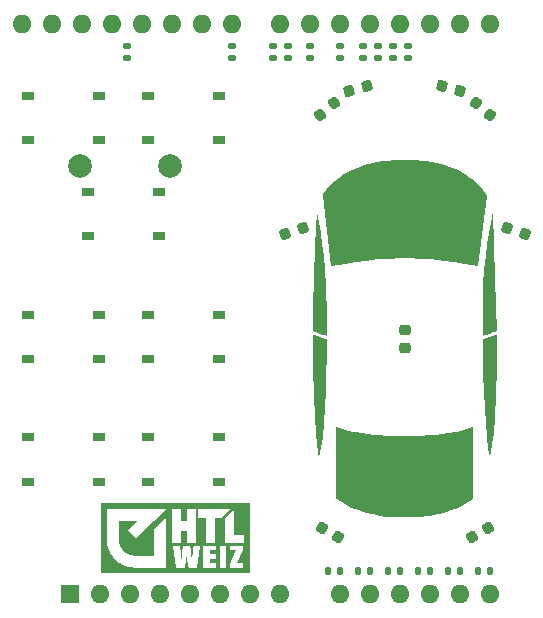
<source format=gbr>
%TF.GenerationSoftware,KiCad,Pcbnew,(6.0.9)*%
%TF.CreationDate,2022-11-30T17:50:51+01:00*%
%TF.ProjectId,car-shield,6361722d-7368-4696-956c-642e6b696361,rev0*%
%TF.SameCoordinates,Original*%
%TF.FileFunction,Soldermask,Top*%
%TF.FilePolarity,Negative*%
%FSLAX46Y46*%
G04 Gerber Fmt 4.6, Leading zero omitted, Abs format (unit mm)*
G04 Created by KiCad (PCBNEW (6.0.9)) date 2022-11-30 17:50:51*
%MOMM*%
%LPD*%
G01*
G04 APERTURE LIST*
G04 Aperture macros list*
%AMRoundRect*
0 Rectangle with rounded corners*
0 $1 Rounding radius*
0 $2 $3 $4 $5 $6 $7 $8 $9 X,Y pos of 4 corners*
0 Add a 4 corners polygon primitive as box body*
4,1,4,$2,$3,$4,$5,$6,$7,$8,$9,$2,$3,0*
0 Add four circle primitives for the rounded corners*
1,1,$1+$1,$2,$3*
1,1,$1+$1,$4,$5*
1,1,$1+$1,$6,$7*
1,1,$1+$1,$8,$9*
0 Add four rect primitives between the rounded corners*
20,1,$1+$1,$2,$3,$4,$5,0*
20,1,$1+$1,$4,$5,$6,$7,0*
20,1,$1+$1,$6,$7,$8,$9,0*
20,1,$1+$1,$8,$9,$2,$3,0*%
G04 Aperture macros list end*
%ADD10R,1.000000X0.750000*%
%ADD11RoundRect,0.218750X0.117915X0.315613X-0.293200X0.165979X-0.117915X-0.315613X0.293200X-0.165979X0*%
%ADD12RoundRect,0.135000X-0.135000X-0.185000X0.135000X-0.185000X0.135000X0.185000X-0.135000X0.185000X0*%
%ADD13RoundRect,0.135000X-0.185000X0.135000X-0.185000X-0.135000X0.185000X-0.135000X0.185000X0.135000X0*%
%ADD14RoundRect,0.218750X-0.277619X-0.190902X0.144974X-0.304135X0.277619X0.190902X-0.144974X0.304135X0*%
%ADD15RoundRect,0.218750X0.317568X0.112544X-0.061318X0.331294X-0.317568X-0.112544X0.061318X-0.331294X0*%
%ADD16RoundRect,0.218750X-0.332287X-0.055689X0.002858X-0.336909X0.332287X0.055689X-0.002858X0.336909X0*%
%ADD17RoundRect,0.218750X0.002858X0.336909X-0.332287X0.055689X-0.002858X-0.336909X0.332287X-0.055689X0*%
%ADD18RoundRect,0.218750X-0.256250X0.218750X-0.256250X-0.218750X0.256250X-0.218750X0.256250X0.218750X0*%
%ADD19RoundRect,0.218750X-0.061318X-0.331294X0.317568X-0.112544X0.061318X0.331294X-0.317568X0.112544X0*%
%ADD20RoundRect,0.218750X0.144974X0.304135X-0.277619X0.190902X-0.144974X-0.304135X0.277619X-0.190902X0*%
%ADD21RoundRect,0.135000X0.185000X-0.135000X0.185000X0.135000X-0.185000X0.135000X-0.185000X-0.135000X0*%
%ADD22RoundRect,0.218750X-0.293200X-0.165979X0.117915X-0.315613X0.293200X0.165979X-0.117915X0.315613X0*%
%ADD23C,2.000000*%
%ADD24R,1.600000X1.600000*%
%ADD25O,1.600000X1.600000*%
G04 APERTURE END LIST*
%TO.C,REF\u002A\u002A*%
G36*
X142196749Y-114198400D02*
G01*
X142196749Y-120198550D01*
X129590800Y-120198550D01*
X129590800Y-114703809D01*
X130091029Y-114703809D01*
X130091059Y-117299514D01*
X130094335Y-117423089D01*
X130103741Y-117545027D01*
X130119127Y-117665178D01*
X130140344Y-117783391D01*
X130167242Y-117899518D01*
X130199670Y-118013408D01*
X130237479Y-118124911D01*
X130280519Y-118233877D01*
X130328640Y-118340157D01*
X130381693Y-118443600D01*
X130439526Y-118544057D01*
X130501991Y-118641378D01*
X130568937Y-118735412D01*
X130640214Y-118826011D01*
X130715673Y-118913023D01*
X130795164Y-118996300D01*
X130878536Y-119075691D01*
X130965640Y-119151046D01*
X131056326Y-119222216D01*
X131150444Y-119289050D01*
X131247843Y-119351399D01*
X131348375Y-119409113D01*
X131451889Y-119462041D01*
X131558235Y-119510035D01*
X131667264Y-119552943D01*
X131778825Y-119590617D01*
X131892768Y-119622906D01*
X132008944Y-119649661D01*
X132127203Y-119670731D01*
X132247394Y-119685966D01*
X132369369Y-119695218D01*
X132492976Y-119698335D01*
X135085581Y-119698335D01*
X135085581Y-117879323D01*
X135709292Y-117879323D01*
X135968188Y-119692650D01*
X136685458Y-119692650D01*
X136789097Y-119093789D01*
X136823649Y-118886930D01*
X136846690Y-118741804D01*
X136866026Y-118873243D01*
X136886099Y-119001090D01*
X136906908Y-119125344D01*
X136928449Y-119246002D01*
X136950720Y-119363064D01*
X136973716Y-119476527D01*
X136997436Y-119586390D01*
X137021876Y-119692650D01*
X137743281Y-119692650D01*
X137743281Y-119692649D01*
X138269343Y-119692649D01*
X139297702Y-119692649D01*
X139641871Y-119692649D01*
X140220133Y-119692649D01*
X140484713Y-119692649D01*
X141610224Y-119692649D01*
X141610224Y-119329881D01*
X141117747Y-119329881D01*
X141610224Y-118242092D01*
X141610224Y-117879323D01*
X140531741Y-117879323D01*
X140531741Y-118242092D01*
X140989077Y-118242092D01*
X140484713Y-119429616D01*
X140484713Y-119692649D01*
X140220133Y-119692649D01*
X140220133Y-117879323D01*
X139641871Y-117879323D01*
X139641871Y-119692649D01*
X139297702Y-119692649D01*
X139297702Y-119329881D01*
X138847598Y-119329881D01*
X138847598Y-118930939D01*
X139297702Y-118930939D01*
X139297702Y-118586257D01*
X138847598Y-118586257D01*
X138847598Y-118242092D01*
X139297702Y-118242092D01*
X139297702Y-117879323D01*
X138269343Y-117879323D01*
X138269343Y-119692649D01*
X137743281Y-119692649D01*
X138001147Y-117879324D01*
X137439425Y-117879324D01*
X137412410Y-118037169D01*
X137387359Y-118195948D01*
X137364270Y-118355650D01*
X137343142Y-118516264D01*
X137323972Y-118677780D01*
X137306759Y-118840184D01*
X137291500Y-119003468D01*
X137278193Y-119167618D01*
X137214114Y-118477736D01*
X137190997Y-118245854D01*
X137172799Y-118068775D01*
X137159496Y-117946574D01*
X137151065Y-117879323D01*
X136550585Y-117879323D01*
X136520120Y-118067084D01*
X136492670Y-118245650D01*
X136468227Y-118415016D01*
X136446786Y-118575178D01*
X136428339Y-118726132D01*
X136412881Y-118867871D01*
X136400404Y-119000393D01*
X136390902Y-119123692D01*
X136331996Y-118511843D01*
X136271014Y-117879323D01*
X135709292Y-117879323D01*
X135085581Y-117879323D01*
X135085581Y-117656081D01*
X140057345Y-117656081D01*
X141697039Y-117656081D01*
X141697039Y-116932611D01*
X140819575Y-116932611D01*
X140819575Y-114749799D01*
X140057345Y-115512027D01*
X140057345Y-117656081D01*
X135085581Y-117656081D01*
X135085581Y-117656068D01*
X135642626Y-117656068D01*
X136407954Y-117656068D01*
X136407954Y-116609103D01*
X136835314Y-116609103D01*
X136835314Y-117656068D01*
X137597544Y-117656068D01*
X137597544Y-115494443D01*
X137845584Y-115494443D01*
X138462603Y-115494443D01*
X138462603Y-117656068D01*
X139224833Y-117656068D01*
X139224833Y-115494443D01*
X139722476Y-115494443D01*
X140530696Y-114698110D01*
X137845591Y-114698110D01*
X137845584Y-115494443D01*
X137597544Y-115494443D01*
X137597544Y-114698110D01*
X136835314Y-114698110D01*
X136835314Y-115777631D01*
X136407954Y-115777631D01*
X136407954Y-114698110D01*
X135642626Y-114698110D01*
X135642626Y-117656068D01*
X135085581Y-117656068D01*
X135085581Y-115381286D01*
X135082980Y-115378686D01*
X134069606Y-116392577D01*
X134069606Y-118688045D01*
X132490893Y-118688045D01*
X132419233Y-118686235D01*
X132348522Y-118680865D01*
X132278847Y-118672022D01*
X132210294Y-118659792D01*
X132142952Y-118644263D01*
X132076907Y-118625522D01*
X132012245Y-118603656D01*
X131949054Y-118578752D01*
X131887421Y-118550899D01*
X131827432Y-118520181D01*
X131769175Y-118486688D01*
X131712736Y-118450505D01*
X131658203Y-118411721D01*
X131605662Y-118370422D01*
X131555201Y-118326695D01*
X131506906Y-118280629D01*
X131460865Y-118232308D01*
X131417163Y-118181822D01*
X131375889Y-118129257D01*
X131337129Y-118074701D01*
X131300970Y-118018240D01*
X131267500Y-117959961D01*
X131236804Y-117899953D01*
X131208970Y-117838301D01*
X131184085Y-117775093D01*
X131162236Y-117710417D01*
X131143510Y-117644359D01*
X131127993Y-117577007D01*
X131115774Y-117508447D01*
X131106938Y-117438768D01*
X131101572Y-117368056D01*
X131099765Y-117296397D01*
X131099765Y-115716132D01*
X132647471Y-115716132D01*
X132650569Y-115718732D01*
X131879039Y-116497497D01*
X132584422Y-117201846D01*
X134070636Y-115717183D01*
X135085559Y-114703809D01*
X130091029Y-114703809D01*
X129590800Y-114703809D01*
X129590800Y-114198400D01*
X142196749Y-114198400D01*
G37*
G36*
X147965330Y-90045199D02*
G01*
X148197870Y-91365830D01*
X148331966Y-92280718D01*
X148460975Y-93333495D01*
X148572168Y-94500293D01*
X148652815Y-95757241D01*
X148685749Y-96642214D01*
X148708214Y-97670712D01*
X148719369Y-98825127D01*
X148718374Y-100087853D01*
X148718374Y-100087857D01*
X148569625Y-100031295D01*
X148421104Y-99979882D01*
X148124998Y-99884531D01*
X147977537Y-99836605D01*
X147830553Y-99785855D01*
X147684109Y-99730287D01*
X147611109Y-99700074D01*
X147538268Y-99667909D01*
X147571159Y-97530664D01*
X147633951Y-95142495D01*
X147730632Y-92490695D01*
X147865187Y-89562554D01*
X147965330Y-90045199D01*
G37*
G36*
X147610317Y-100005882D02*
G01*
X147684913Y-100025263D01*
X147759402Y-100046526D01*
X147833784Y-100069428D01*
X147982219Y-100119180D01*
X148130209Y-100172576D01*
X148424808Y-100282534D01*
X148571396Y-100335214D01*
X148717497Y-100383771D01*
X148700775Y-101842783D01*
X148667949Y-103321656D01*
X148618118Y-104779952D01*
X148550378Y-106177229D01*
X148463825Y-107473050D01*
X148357556Y-108626974D01*
X148230668Y-109598563D01*
X148159210Y-110003343D01*
X148082259Y-110347375D01*
X147988003Y-109895475D01*
X147892718Y-109257279D01*
X147785357Y-108279078D01*
X147680944Y-106911993D01*
X147594501Y-105107143D01*
X147541051Y-102815647D01*
X147535616Y-99988626D01*
X147610317Y-100005882D01*
G37*
G36*
X161107761Y-113797334D02*
G01*
X161035797Y-113868561D01*
X160942860Y-113950310D01*
X160809301Y-114056341D01*
X160633133Y-114181798D01*
X160528449Y-114250293D01*
X160412367Y-114321823D01*
X160284638Y-114395782D01*
X160145015Y-114471562D01*
X159993247Y-114548556D01*
X159829088Y-114626157D01*
X159652288Y-114703758D01*
X159462599Y-114780752D01*
X159259773Y-114856532D01*
X159043560Y-114930490D01*
X158813712Y-115002021D01*
X158569981Y-115070516D01*
X158312119Y-115135369D01*
X158039876Y-115195973D01*
X157753004Y-115251720D01*
X157451255Y-115302004D01*
X157134379Y-115346217D01*
X156802130Y-115383753D01*
X156454257Y-115414004D01*
X156090513Y-115436364D01*
X155710649Y-115450225D01*
X155314416Y-115454980D01*
X154538475Y-115436364D01*
X153826994Y-115383753D01*
X153177988Y-115302004D01*
X152589468Y-115195973D01*
X152059449Y-115070516D01*
X151585942Y-114930490D01*
X151166961Y-114780752D01*
X150800520Y-114626157D01*
X150484630Y-114471562D01*
X150217306Y-114321823D01*
X149996560Y-114181798D01*
X149820405Y-114056341D01*
X149593921Y-113868561D01*
X149521959Y-113797334D01*
X149521959Y-107793122D01*
X149606822Y-107826966D01*
X149864635Y-107916189D01*
X150059910Y-107975800D01*
X150300238Y-108042333D01*
X150586221Y-108113481D01*
X150918467Y-108186936D01*
X151297579Y-108260392D01*
X151724161Y-108331540D01*
X152198820Y-108398073D01*
X152722159Y-108457684D01*
X153002272Y-108484172D01*
X153294783Y-108508064D01*
X153599766Y-108529072D01*
X153917298Y-108546907D01*
X154247453Y-108561281D01*
X154590307Y-108571905D01*
X154945936Y-108578491D01*
X155314416Y-108580751D01*
X156038681Y-108571905D01*
X156711828Y-108546907D01*
X157334461Y-108508064D01*
X157907187Y-108457684D01*
X158430612Y-108398073D01*
X158905342Y-108331540D01*
X159711143Y-108186936D01*
X160329436Y-108042333D01*
X160765071Y-107916189D01*
X161107761Y-107793122D01*
X161107761Y-113797334D01*
G37*
G36*
X155823283Y-85169792D02*
G01*
X156308322Y-85195239D01*
X156770037Y-85236289D01*
X157208930Y-85291828D01*
X157625504Y-85360741D01*
X158020264Y-85441913D01*
X158393712Y-85534230D01*
X158746351Y-85636577D01*
X159078684Y-85747840D01*
X159391216Y-85866905D01*
X159684448Y-85992657D01*
X159958885Y-86123981D01*
X160215029Y-86259763D01*
X160453384Y-86398888D01*
X160674453Y-86540243D01*
X160878738Y-86682712D01*
X161066745Y-86825181D01*
X161238974Y-86966535D01*
X161395931Y-87105661D01*
X161538118Y-87241443D01*
X161666037Y-87372767D01*
X161780194Y-87498518D01*
X161969228Y-87728846D01*
X162109248Y-87923511D01*
X162204277Y-88073595D01*
X162275470Y-88204362D01*
X161532138Y-94181100D01*
X160988832Y-94075062D01*
X160367711Y-93966372D01*
X159565178Y-93841777D01*
X158619907Y-93717182D01*
X157570572Y-93608492D01*
X156455849Y-93531614D01*
X155886053Y-93510075D01*
X155314412Y-93502454D01*
X154742928Y-93510075D01*
X154173268Y-93531614D01*
X153610269Y-93565083D01*
X153058766Y-93608492D01*
X152523595Y-93659855D01*
X152009590Y-93717182D01*
X151064426Y-93841777D01*
X150261957Y-93966372D01*
X149640870Y-94075062D01*
X149097578Y-94181100D01*
X148353358Y-88204362D01*
X148424587Y-88073595D01*
X148659723Y-87728846D01*
X148848811Y-87498518D01*
X149090942Y-87241443D01*
X149390138Y-86966535D01*
X149750420Y-86682712D01*
X150175810Y-86398888D01*
X150670330Y-86123981D01*
X151238003Y-85866905D01*
X151550528Y-85747840D01*
X151882849Y-85636577D01*
X152235469Y-85534230D01*
X152608891Y-85441913D01*
X153003618Y-85360741D01*
X153420151Y-85291828D01*
X153858995Y-85236289D01*
X154320651Y-85195239D01*
X154805622Y-85169792D01*
X155314412Y-85161061D01*
X155314416Y-85161061D01*
X155823283Y-85169792D01*
G37*
G36*
X163088669Y-102815647D02*
G01*
X163035218Y-105107143D01*
X162948775Y-106911993D01*
X162844361Y-108279078D01*
X162737000Y-109257279D01*
X162641714Y-109895475D01*
X162547458Y-110347375D01*
X162470505Y-110003343D01*
X162399047Y-109598563D01*
X162272159Y-108626974D01*
X162165890Y-107473050D01*
X162079337Y-106177229D01*
X162011597Y-104779952D01*
X161961766Y-103321656D01*
X161928941Y-101842783D01*
X161912219Y-100383771D01*
X162058319Y-100335214D01*
X162204906Y-100282534D01*
X162499505Y-100172576D01*
X162647495Y-100119180D01*
X162795932Y-100069428D01*
X162870314Y-100046526D01*
X162944805Y-100025263D01*
X163019402Y-100005882D01*
X163094104Y-99988626D01*
X163088669Y-102815647D01*
G37*
G36*
X162899081Y-92490695D02*
G01*
X162995763Y-95142495D01*
X163058556Y-97530664D01*
X163091449Y-99667909D01*
X163018461Y-99700074D01*
X162945353Y-99730287D01*
X162798789Y-99785855D01*
X162651789Y-99836605D01*
X162504384Y-99884531D01*
X162208483Y-99979882D01*
X162060049Y-100031295D01*
X161911334Y-100087857D01*
X161911334Y-100087853D01*
X161910337Y-98825127D01*
X161921493Y-97670712D01*
X161943960Y-96642214D01*
X161976901Y-95757241D01*
X162057548Y-94500293D01*
X162168740Y-93333495D01*
X162297747Y-92280718D01*
X162431843Y-91365830D01*
X162664380Y-90045199D01*
X162764522Y-89562554D01*
X162899081Y-92490695D01*
G37*
%TD*%
D10*
%TO.C,SW_high_b1*%
X139600000Y-102061000D03*
X133600000Y-102061000D03*
X139600000Y-98311000D03*
X133600000Y-98311000D03*
%TD*%
%TO.C,SW_dipped_b1*%
X139600000Y-112420000D03*
X133600000Y-112420000D03*
X139600000Y-108670000D03*
X133600000Y-108670000D03*
%TD*%
%TO.C,SW_decel1*%
X129440000Y-112420000D03*
X123440000Y-112420000D03*
X129440000Y-108670000D03*
X123440000Y-108670000D03*
%TD*%
%TO.C,SW_accel1*%
X129440000Y-102061000D03*
X123440000Y-102061000D03*
X129440000Y-98311000D03*
X123440000Y-98311000D03*
%TD*%
%TO.C,SW_stop1*%
X134520000Y-91647000D03*
X128520000Y-91647000D03*
X134520000Y-87897000D03*
X128520000Y-87897000D03*
%TD*%
%TO.C,SW_left1*%
X123440000Y-79769000D03*
X129440000Y-79769000D03*
X123440000Y-83519000D03*
X129440000Y-83519000D03*
%TD*%
%TO.C,SW_right1*%
X133600000Y-79769000D03*
X139600000Y-79769000D03*
X133600000Y-83519000D03*
X139600000Y-83519000D03*
%TD*%
D11*
%TO.C,D5*%
X146663008Y-90916659D03*
X145182992Y-91455341D03*
%TD*%
D12*
%TO.C,R11*%
X156460000Y-120015000D03*
X157480000Y-120015000D03*
%TD*%
D13*
%TO.C,R4*%
X153035000Y-75565000D03*
X153035000Y-76585000D03*
%TD*%
D14*
%TO.C,D2*%
X158497333Y-78917180D03*
X160018667Y-79324820D03*
%TD*%
D12*
%TO.C,R13*%
X161540000Y-120015000D03*
X162560000Y-120015000D03*
%TD*%
D15*
%TO.C,D9*%
X149652995Y-117106750D03*
X148289005Y-116319250D03*
%TD*%
D13*
%TO.C,R6*%
X149860000Y-75565000D03*
X149860000Y-76585000D03*
%TD*%
%TO.C,R2*%
X155575000Y-75565000D03*
X155575000Y-76585000D03*
%TD*%
D16*
%TO.C,D4*%
X161321740Y-80392805D03*
X162528260Y-81405195D03*
%TD*%
D13*
%TO.C,R7*%
X131826000Y-75563000D03*
X131826000Y-76583000D03*
%TD*%
%TO.C,R3*%
X151765000Y-75565000D03*
X151765000Y-76585000D03*
%TD*%
%TO.C,R5*%
X147320000Y-75565000D03*
X147320000Y-76585000D03*
%TD*%
%TO.C,R8*%
X145415000Y-75565000D03*
X145415000Y-76585000D03*
%TD*%
D12*
%TO.C,R16*%
X159000000Y-120015000D03*
X160020000Y-120015000D03*
%TD*%
D17*
%TO.C,D3*%
X149320260Y-80392805D03*
X148113740Y-81405195D03*
%TD*%
D12*
%TO.C,R12*%
X148840000Y-120015000D03*
X149860000Y-120015000D03*
%TD*%
D18*
%TO.C,D7*%
X155321000Y-99542500D03*
X155321000Y-101117500D03*
%TD*%
D12*
%TO.C,R15*%
X153920000Y-120015000D03*
X154940000Y-120015000D03*
%TD*%
D19*
%TO.C,D8*%
X160989005Y-117106750D03*
X162352995Y-116319250D03*
%TD*%
D20*
%TO.C,D1*%
X152144667Y-78917180D03*
X150623333Y-79324820D03*
%TD*%
D13*
%TO.C,R1*%
X154305000Y-75565000D03*
X154305000Y-76585000D03*
%TD*%
D21*
%TO.C,R10*%
X140716000Y-76583000D03*
X140716000Y-75563000D03*
%TD*%
D12*
%TO.C,R14*%
X151380000Y-120015000D03*
X152400000Y-120015000D03*
%TD*%
D13*
%TO.C,R9*%
X144145000Y-75565000D03*
X144145000Y-76585000D03*
%TD*%
D22*
%TO.C,D6*%
X163978992Y-90916659D03*
X165459008Y-91455341D03*
%TD*%
D23*
%TO.C,BZ1*%
X135447000Y-85708000D03*
X127847000Y-85708000D03*
%TD*%
D24*
%TO.C,A1*%
X127000000Y-121920000D03*
D25*
X129540000Y-121920000D03*
X132080000Y-121920000D03*
X134620000Y-121920000D03*
X137160000Y-121920000D03*
X139700000Y-121920000D03*
X142240000Y-121920000D03*
X144780000Y-121920000D03*
X149860000Y-121920000D03*
X152400000Y-121920000D03*
X154940000Y-121920000D03*
X157480000Y-121920000D03*
X160020000Y-121920000D03*
X162560000Y-121920000D03*
X162560000Y-73660000D03*
X160020000Y-73660000D03*
X157480000Y-73660000D03*
X154940000Y-73660000D03*
X152400000Y-73660000D03*
X149860000Y-73660000D03*
X147320000Y-73660000D03*
X144780000Y-73660000D03*
X140720000Y-73660000D03*
X138180000Y-73660000D03*
X135640000Y-73660000D03*
X133100000Y-73660000D03*
X130560000Y-73660000D03*
X128020000Y-73660000D03*
X125480000Y-73660000D03*
X122940000Y-73660000D03*
%TD*%
M02*

</source>
